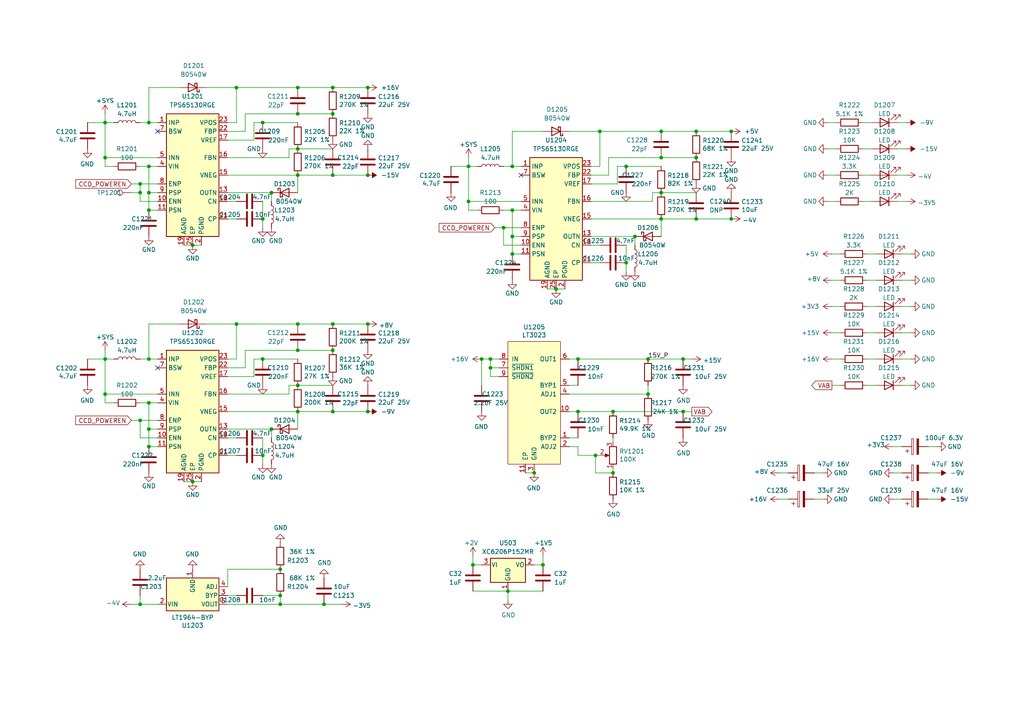
<source format=kicad_sch>
(kicad_sch (version 20230121) (generator eeschema)
  (paper "A4")
  (title_block (title "Sitina 1 Mainboard") (date "2023-03-16") (rev "R0.6") (company "Copyright 2023 Wenting Zhang") (comment 2 "MERCHANTABILITY, SATISFACTORY QUALITY AND FITNESS FOR A PARTICULAR PURPOSE.") (comment 3 "This source is distributed WITHOUT ANY EXPRESS OR IMPLIED WARRANTY, INCLUDING OF") (comment 4 "This source describes Open Hardware and is licensed under the CERN-OHL-P v2."))
  (junction (at 40.64 53.34))
  (junction (at 86.36 101.6))
  (junction (at 148.59 60.96))
  (junction (at 201.93 63.5))
  (junction (at 139.7 104.14) (diameter 0.9144))
  (junction (at 177.8 119.38) (diameter 0.9144))
  (junction (at 148.59 68.58))
  (junction (at 40.64 121.92))
  (junction (at 173.99 38.1))
  (junction (at 135.89 58.42))
  (junction (at 172.72 132.08) (diameter 0.9144))
  (junction (at 81.28 172.72) (diameter 0.9144))
  (junction (at 81.28 165.1) (diameter 0.9144))
  (junction (at 148.59 73.66))
  (junction (at 86.36 119.38))
  (junction (at 86.36 111.76))
  (junction (at 191.77 63.5))
  (junction (at 43.18 55.88))
  (junction (at 78.74 124.46))
  (junction (at 191.77 38.1))
  (junction (at 40.64 55.88))
  (junction (at 68.58 93.98))
  (junction (at 86.36 50.8))
  (junction (at 55.88 139.7))
  (junction (at 30.48 104.14))
  (junction (at 43.18 48.26))
  (junction (at 142.24 106.68) (diameter 0.9144))
  (junction (at 198.12 119.38))
  (junction (at 167.64 104.14) (diameter 0.9144))
  (junction (at 96.52 101.6))
  (junction (at 177.8 137.16) (diameter 0.9144))
  (junction (at 191.77 45.72))
  (junction (at 181.61 76.2))
  (junction (at 43.18 124.46))
  (junction (at 96.52 50.8))
  (junction (at 86.36 25.4))
  (junction (at 43.18 104.14))
  (junction (at 43.18 129.54))
  (junction (at 106.68 119.38))
  (junction (at 30.48 114.3))
  (junction (at 147.32 171.45))
  (junction (at 43.18 116.84))
  (junction (at 198.12 104.14) (diameter 0.9144))
  (junction (at 96.52 33.02))
  (junction (at 137.16 163.83))
  (junction (at 187.96 104.14) (diameter 0.9144))
  (junction (at 184.15 68.58))
  (junction (at 146.05 66.04))
  (junction (at 96.52 119.38))
  (junction (at 191.77 55.88))
  (junction (at 161.29 83.82))
  (junction (at 201.93 45.72))
  (junction (at 30.48 45.72))
  (junction (at 86.36 93.98))
  (junction (at 43.18 35.56))
  (junction (at 78.74 55.88))
  (junction (at 142.24 104.14) (diameter 0.9144))
  (junction (at 96.52 25.4))
  (junction (at 76.2 35.56))
  (junction (at 86.36 33.02))
  (junction (at 76.2 63.5))
  (junction (at 76.2 132.08))
  (junction (at 157.48 163.83))
  (junction (at 148.59 48.26))
  (junction (at 81.28 175.26) (diameter 0.9144))
  (junction (at 68.58 25.4))
  (junction (at 106.68 50.8))
  (junction (at 40.64 175.26))
  (junction (at 86.36 43.18))
  (junction (at 212.09 63.5))
  (junction (at 96.52 93.98))
  (junction (at 135.89 48.26))
  (junction (at 43.18 60.96))
  (junction (at 55.88 71.12))
  (junction (at 187.96 114.3) (diameter 0.9144))
  (junction (at 30.48 35.56))
  (junction (at 106.68 93.98))
  (junction (at 201.93 38.1))
  (junction (at 212.09 38.1))
  (junction (at 106.68 25.4))
  (junction (at 76.2 104.14))
  (junction (at 154.94 137.16) (diameter 0.9144))
  (junction (at 167.64 119.38) (diameter 0.9144))
  (junction (at 181.61 48.26))
  (junction (at 93.98 175.26) (diameter 0.9144))
  (no_connect (at 45.72 38.1))
  (no_connect (at 45.72 106.68))
  (no_connect (at 151.13 50.8))
  (wire (pts (xy 167.64 129.54) (xy 165.1 129.54)))
  (wire (pts (xy 251.46 111.76) (xy 254 111.76)))
  (wire (pts (xy 171.45 71.12) (xy 173.99 71.12)))
  (wire (pts (xy 171.45 76.2) (xy 173.99 76.2)))
  (wire (pts (xy 96.52 25.4) (xy 106.68 25.4)))
  (wire (pts (xy 171.45 48.26) (xy 173.99 48.26)))
  (wire (pts (xy 43.18 48.26) (xy 43.18 55.88)))
  (wire (pts (xy 30.48 116.84) (xy 30.48 114.3)))
  (wire (pts (xy 241.3 111.76) (xy 243.84 111.76)))
  (wire (pts (xy 76.2 58.42) (xy 76.2 63.5)))
  (wire (pts (xy 76.2 172.72) (xy 81.28 172.72)))
  (wire (pts (xy 73.66 40.64) (xy 73.66 35.56)))
  (wire (pts (xy 173.99 38.1) (xy 191.77 38.1)))
  (wire (pts (xy 251.46 73.66) (xy 254 73.66)))
  (wire (pts (xy 167.64 132.08) (xy 172.72 132.08)))
  (wire (pts (xy 261.62 104.14) (xy 264.16 104.14)))
  (wire (pts (xy 43.18 55.88) (xy 45.72 55.88)))
  (wire (pts (xy 71.12 38.1) (xy 71.12 33.02)))
  (wire (pts (xy 66.04 127) (xy 68.58 127)))
  (wire (pts (xy 45.72 58.42) (xy 40.64 58.42)))
  (wire (pts (xy 53.34 139.7) (xy 55.88 139.7)))
  (wire (pts (xy 55.88 71.12) (xy 58.42 71.12)))
  (wire (pts (xy 40.64 172.72) (xy 40.64 175.26)))
  (wire (pts (xy 269.24 129.54) (xy 271.78 129.54)))
  (wire (pts (xy 86.36 33.02) (xy 96.52 33.02)))
  (wire (pts (xy 66.04 114.3) (xy 83.82 114.3)))
  (wire (pts (xy 59.69 25.4) (xy 68.58 25.4)))
  (wire (pts (xy 171.45 68.58) (xy 184.15 68.58)))
  (wire (pts (xy 66.04 50.8) (xy 86.36 50.8)))
  (wire (pts (xy 184.15 68.58) (xy 184.15 71.12)))
  (wire (pts (xy 66.04 106.68) (xy 71.12 106.68)))
  (wire (pts (xy 66.04 58.42) (xy 68.58 58.42)))
  (wire (pts (xy 30.48 45.72) (xy 45.72 45.72)))
  (wire (pts (xy 137.16 163.83) (xy 139.7 163.83)))
  (wire (pts (xy 148.59 60.96) (xy 151.13 60.96)))
  (wire (pts (xy 189.23 58.42) (xy 189.23 55.88)))
  (wire (pts (xy 171.45 53.34) (xy 179.07 53.34)))
  (wire (pts (xy 45.72 129.54) (xy 43.18 129.54)))
  (wire (pts (xy 40.64 127) (xy 40.64 121.92)))
  (wire (pts (xy 260.35 58.42) (xy 262.89 58.42)))
  (wire (pts (xy 83.82 114.3) (xy 83.82 111.76)))
  (wire (pts (xy 66.04 172.72) (xy 68.58 172.72)))
  (wire (pts (xy 30.48 33.02) (xy 30.48 35.56)))
  (wire (pts (xy 259.08 129.54) (xy 261.62 129.54)))
  (wire (pts (xy 66.04 104.14) (xy 68.58 104.14)))
  (wire (pts (xy 241.3 88.9) (xy 243.84 88.9)))
  (wire (pts (xy 38.1 121.92) (xy 40.64 121.92)))
  (wire (pts (xy 40.64 35.56) (xy 43.18 35.56)))
  (wire (pts (xy 146.05 60.96) (xy 148.59 60.96)))
  (wire (pts (xy 43.18 48.26) (xy 45.72 48.26)))
  (wire (pts (xy 40.64 55.88) (xy 40.64 53.34)))
  (wire (pts (xy 86.36 93.98) (xy 96.52 93.98)))
  (wire (pts (xy 43.18 25.4) (xy 43.18 35.56)))
  (wire (pts (xy 142.24 104.14) (xy 144.78 104.14)))
  (wire (pts (xy 40.64 48.26) (xy 43.18 48.26)))
  (wire (pts (xy 33.02 116.84) (xy 30.48 116.84)))
  (wire (pts (xy 66.04 119.38) (xy 86.36 119.38)))
  (wire (pts (xy 144.78 109.22) (xy 142.24 109.22)))
  (wire (pts (xy 86.36 25.4) (xy 96.52 25.4)))
  (wire (pts (xy 181.61 71.12) (xy 181.61 76.2)))
  (wire (pts (xy 40.64 104.14) (xy 43.18 104.14)))
  (wire (pts (xy 55.88 139.7) (xy 58.42 139.7)))
  (wire (pts (xy 99.06 175.26) (xy 93.98 175.26)))
  (wire (pts (xy 201.93 38.1) (xy 212.09 38.1)))
  (wire (pts (xy 76.2 35.56) (xy 86.36 35.56)))
  (wire (pts (xy 30.48 48.26) (xy 30.48 45.72)))
  (wire (pts (xy 165.1 114.3) (xy 187.96 114.3)))
  (wire (pts (xy 146.05 48.26) (xy 148.59 48.26)))
  (wire (pts (xy 171.45 63.5) (xy 191.77 63.5)))
  (wire (pts (xy 43.18 124.46) (xy 45.72 124.46)))
  (wire (pts (xy 83.82 45.72) (xy 83.82 43.18)))
  (wire (pts (xy 187.96 111.76) (xy 187.96 114.3)))
  (wire (pts (xy 66.04 165.1) (xy 66.04 170.18)))
  (wire (pts (xy 172.72 132.08) (xy 173.99 132.08)))
  (wire (pts (xy 96.52 93.98) (xy 106.68 93.98)))
  (wire (pts (xy 43.18 116.84) (xy 43.18 124.46)))
  (wire (pts (xy 135.89 60.96) (xy 135.89 58.42)))
  (wire (pts (xy 179.07 48.26) (xy 181.61 48.26)))
  (wire (pts (xy 81.28 165.1) (xy 66.04 165.1)))
  (wire (pts (xy 251.46 104.14) (xy 254 104.14)))
  (wire (pts (xy 151.13 71.12) (xy 146.05 71.12)))
  (wire (pts (xy 171.45 58.42) (xy 189.23 58.42)))
  (wire (pts (xy 137.16 171.45) (xy 147.32 171.45)))
  (wire (pts (xy 241.3 73.66) (xy 243.84 73.66)))
  (wire (pts (xy 68.58 104.14) (xy 68.58 93.98)))
  (wire (pts (xy 260.35 50.8) (xy 262.89 50.8)))
  (wire (pts (xy 261.62 111.76) (xy 264.16 111.76)))
  (wire (pts (xy 66.04 55.88) (xy 78.74 55.88)))
  (wire (pts (xy 177.8 119.38) (xy 198.12 119.38)))
  (wire (pts (xy 76.2 127) (xy 76.2 132.08)))
  (wire (pts (xy 139.7 111.76) (xy 139.7 104.14)))
  (wire (pts (xy 43.18 124.46) (xy 43.18 129.54)))
  (wire (pts (xy 261.62 88.9) (xy 264.16 88.9)))
  (wire (pts (xy 137.16 161.29) (xy 137.16 163.83)))
  (wire (pts (xy 59.69 93.98) (xy 68.58 93.98)))
  (wire (pts (xy 33.02 48.26) (xy 30.48 48.26)))
  (wire (pts (xy 71.12 33.02) (xy 86.36 33.02)))
  (wire (pts (xy 142.24 109.22) (xy 142.24 106.68)))
  (wire (pts (xy 66.04 35.56) (xy 68.58 35.56)))
  (wire (pts (xy 172.72 137.16) (xy 172.72 132.08)))
  (wire (pts (xy 191.77 45.72) (xy 201.93 45.72)))
  (wire (pts (xy 45.72 60.96) (xy 43.18 60.96)))
  (wire (pts (xy 38.1 53.34) (xy 40.64 53.34)))
  (wire (pts (xy 86.36 50.8) (xy 96.52 50.8)))
  (wire (pts (xy 165.1 104.14) (xy 167.64 104.14)))
  (wire (pts (xy 179.07 53.34) (xy 179.07 48.26)))
  (wire (pts (xy 138.43 60.96) (xy 135.89 60.96)))
  (wire (pts (xy 165.1 111.76) (xy 167.64 111.76)))
  (wire (pts (xy 93.98 175.26) (xy 81.28 175.26)))
  (wire (pts (xy 177.8 127) (xy 177.8 128.27)))
  (wire (pts (xy 240.03 35.56) (xy 242.57 35.56)))
  (wire (pts (xy 157.48 161.29) (xy 157.48 163.83)))
  (wire (pts (xy 86.36 119.38) (xy 96.52 119.38)))
  (wire (pts (xy 43.18 116.84) (xy 45.72 116.84)))
  (wire (pts (xy 96.52 50.8) (xy 106.68 50.8)))
  (wire (pts (xy 66.04 40.64) (xy 73.66 40.64)))
  (wire (pts (xy 40.64 175.26) (xy 45.72 175.26)))
  (wire (pts (xy 226.06 137.16) (xy 228.6 137.16)))
  (wire (pts (xy 135.89 58.42) (xy 151.13 58.42)))
  (wire (pts (xy 68.58 35.56) (xy 68.58 25.4)))
  (wire (pts (xy 191.77 63.5) (xy 191.77 68.58)))
  (wire (pts (xy 177.8 137.16) (xy 177.8 135.89)))
  (wire (pts (xy 236.22 137.16) (xy 238.76 137.16)))
  (wire (pts (xy 86.36 111.76) (xy 96.52 111.76)))
  (wire (pts (xy 269.24 144.78) (xy 271.78 144.78)))
  (wire (pts (xy 135.89 45.72) (xy 135.89 48.26)))
  (wire (pts (xy 241.3 96.52) (xy 243.84 96.52)))
  (wire (pts (xy 86.36 101.6) (xy 96.52 101.6)))
  (wire (pts (xy 30.48 35.56) (xy 33.02 35.56)))
  (wire (pts (xy 171.45 50.8) (xy 176.53 50.8)))
  (wire (pts (xy 177.8 119.38) (xy 167.64 119.38)))
  (wire (pts (xy 142.24 106.68) (xy 142.24 104.14)))
  (wire (pts (xy 135.89 48.26) (xy 138.43 48.26)))
  (wire (pts (xy 147.32 171.45) (xy 157.48 171.45)))
  (wire (pts (xy 30.48 114.3) (xy 45.72 114.3)))
  (wire (pts (xy 260.35 35.56) (xy 262.89 35.56)))
  (wire (pts (xy 76.2 63.5) (xy 76.2 66.04)))
  (wire (pts (xy 240.03 43.18) (xy 242.57 43.18)))
  (wire (pts (xy 66.04 45.72) (xy 83.82 45.72)))
  (wire (pts (xy 40.64 121.92) (xy 45.72 121.92)))
  (wire (pts (xy 66.04 124.46) (xy 78.74 124.46)))
  (wire (pts (xy 73.66 104.14) (xy 76.2 104.14)))
  (wire (pts (xy 66.04 109.22) (xy 73.66 109.22)))
  (wire (pts (xy 240.03 58.42) (xy 242.57 58.42)))
  (wire (pts (xy 86.36 50.8) (xy 86.36 55.88)))
  (wire (pts (xy 165.1 127) (xy 167.64 127)))
  (wire (pts (xy 73.66 35.56) (xy 76.2 35.56)))
  (wire (pts (xy 86.36 43.18) (xy 96.52 43.18)))
  (wire (pts (xy 86.36 119.38) (xy 86.36 124.46)))
  (wire (pts (xy 200.66 104.14) (xy 198.12 104.14)))
  (wire (pts (xy 148.59 68.58) (xy 148.59 73.66)))
  (wire (pts (xy 68.58 25.4) (xy 86.36 25.4)))
  (wire (pts (xy 43.18 55.88) (xy 43.18 60.96)))
  (wire (pts (xy 38.1 175.26) (xy 40.64 175.26)))
  (wire (pts (xy 40.64 53.34) (xy 45.72 53.34)))
  (wire (pts (xy 76.2 132.08) (xy 76.2 134.62)))
  (wire (pts (xy 66.04 132.08) (xy 68.58 132.08)))
  (wire (pts (xy 148.59 60.96) (xy 148.59 68.58)))
  (wire (pts (xy 81.28 175.26) (xy 81.28 172.72)))
  (wire (pts (xy 71.12 101.6) (xy 86.36 101.6)))
  (wire (pts (xy 191.77 63.5) (xy 201.93 63.5)))
  (wire (pts (xy 261.62 73.66) (xy 264.16 73.66)))
  (wire (pts (xy 68.58 93.98) (xy 86.36 93.98)))
  (wire (pts (xy 76.2 104.14) (xy 86.36 104.14)))
  (wire (pts (xy 146.05 66.04) (xy 151.13 66.04)))
  (wire (pts (xy 261.62 81.28) (xy 264.16 81.28)))
  (wire (pts (xy 201.93 63.5) (xy 212.09 63.5)))
  (wire (pts (xy 236.22 144.78) (xy 238.76 144.78)))
  (wire (pts (xy 261.62 96.52) (xy 264.16 96.52)))
  (wire (pts (xy 167.64 132.08) (xy 167.64 129.54)))
  (wire (pts (xy 167.64 104.14) (xy 187.96 104.14)))
  (wire (pts (xy 176.53 50.8) (xy 176.53 45.72)))
  (wire (pts (xy 52.07 93.98) (xy 43.18 93.98)))
  (wire (pts (xy 144.78 106.68) (xy 142.24 106.68)))
  (wire (pts (xy 157.48 38.1) (xy 148.59 38.1)))
  (wire (pts (xy 30.48 104.14) (xy 33.02 104.14)))
  (wire (pts (xy 73.66 109.22) (xy 73.66 104.14)))
  (wire (pts (xy 66.04 63.5) (xy 68.58 63.5)))
  (wire (pts (xy 96.52 119.38) (xy 106.68 119.38)))
  (wire (pts (xy 66.04 175.26) (xy 81.28 175.26)))
  (wire (pts (xy 191.77 38.1) (xy 201.93 38.1)))
  (wire (pts (xy 165.1 38.1) (xy 173.99 38.1)))
  (wire (pts (xy 143.51 66.04) (xy 146.05 66.04)))
  (wire (pts (xy 66.04 38.1) (xy 71.12 38.1)))
  (wire (pts (xy 173.99 48.26) (xy 173.99 38.1)))
  (wire (pts (xy 198.12 119.38) (xy 200.66 119.38)))
  (wire (pts (xy 165.1 119.38) (xy 167.64 119.38)))
  (wire (pts (xy 240.03 50.8) (xy 242.57 50.8)))
  (wire (pts (xy 43.18 104.14) (xy 45.72 104.14)))
  (wire (pts (xy 250.19 43.18) (xy 252.73 43.18)))
  (wire (pts (xy 187.96 104.14) (xy 198.12 104.14)))
  (wire (pts (xy 43.18 35.56) (xy 45.72 35.56)))
  (wire (pts (xy 38.1 55.88) (xy 40.64 55.88)))
  (wire (pts (xy 261.62 137.16) (xy 259.08 137.16)))
  (wire (pts (xy 30.48 101.6) (xy 30.48 104.14)))
  (wire (pts (xy 146.05 71.12) (xy 146.05 66.04)))
  (wire (pts (xy 191.77 55.88) (xy 201.93 55.88)))
  (wire (pts (xy 40.64 58.42) (xy 40.64 55.88)))
  (wire (pts (xy 251.46 81.28) (xy 254 81.28)))
  (wire (pts (xy 261.62 144.78) (xy 259.08 144.78)))
  (wire (pts (xy 52.07 25.4) (xy 43.18 25.4)))
  (wire (pts (xy 130.81 48.26) (xy 135.89 48.26)))
  (wire (pts (xy 148.59 38.1) (xy 148.59 48.26)))
  (wire (pts (xy 161.29 83.82) (xy 163.83 83.82)))
  (wire (pts (xy 158.75 83.82) (xy 161.29 83.82)))
  (wire (pts (xy 241.3 104.14) (xy 243.84 104.14)))
  (wire (pts (xy 157.48 163.83) (xy 154.94 163.83)))
  (wire (pts (xy 260.35 43.18) (xy 262.89 43.18)))
  (wire (pts (xy 250.19 35.56) (xy 252.73 35.56)))
  (wire (pts (xy 135.89 48.26) (xy 135.89 58.42)))
  (wire (pts (xy 189.23 55.88) (xy 191.77 55.88)))
  (wire (pts (xy 250.19 50.8) (xy 252.73 50.8)))
  (wire (pts (xy 151.13 73.66) (xy 148.59 73.66)))
  (wire (pts (xy 241.3 81.28) (xy 243.84 81.28)))
  (wire (pts (xy 176.53 45.72) (xy 191.77 45.72)))
  (wire (pts (xy 148.59 68.58) (xy 151.13 68.58)))
  (wire (pts (xy 251.46 88.9) (xy 254 88.9)))
  (wire (pts (xy 181.61 76.2) (xy 181.61 78.74)))
  (wire (pts (xy 181.61 48.26) (xy 191.77 48.26)))
  (wire (pts (xy 25.4 104.14) (xy 30.48 104.14)))
  (wire (pts (xy 269.24 137.16) (xy 271.78 137.16)))
  (wire (pts (xy 40.64 116.84) (xy 43.18 116.84)))
  (wire (pts (xy 43.18 93.98) (xy 43.18 104.14)))
  (wire (pts (xy 78.74 124.46) (xy 78.74 127)))
  (wire (pts (xy 152.4 137.16) (xy 154.94 137.16)))
  (wire (pts (xy 147.32 171.45) (xy 147.32 173.99)))
  (wire (pts (xy 78.74 55.88) (xy 78.74 58.42)))
  (wire (pts (xy 139.7 104.14) (xy 142.24 104.14)))
  (wire (pts (xy 226.06 144.78) (xy 228.6 144.78)))
  (wire (pts (xy 30.48 104.14) (xy 30.48 114.3)))
  (wire (pts (xy 45.72 127) (xy 40.64 127)))
  (wire (pts (xy 83.82 111.76) (xy 86.36 111.76)))
  (wire (pts (xy 71.12 106.68) (xy 71.12 101.6)))
  (wire (pts (xy 251.46 96.52) (xy 254 96.52)))
  (wire (pts (xy 53.34 71.12) (xy 55.88 71.12)))
  (wire (pts (xy 172.72 137.16) (xy 177.8 137.16)))
  (wire (pts (xy 83.82 43.18) (xy 86.36 43.18)))
  (wire (pts (xy 25.4 35.56) (xy 30.48 35.56)))
  (wire (pts (xy 250.19 58.42) (xy 252.73 58.42)))
  (wire (pts (xy 148.59 48.26) (xy 151.13 48.26)))
  (wire (pts (xy 30.48 35.56) (xy 30.48 45.72)))
  (label "15V_P" (at 187.96 104.14 0))
  (global_label "CCD_POWEREN" (shape input) (at 38.1 121.92 180) (property "Intersheetrefs" "${INTERSHEET_REFS}" (effects hide)))
  (global_label "CCD_POWEREN" (shape input) (at 38.1 53.34 180) (property "Intersheetrefs" "${INTERSHEET_REFS}" (effects hide)))
  (global_label "CCD_POWEREN" (shape input) (at 143.51 66.04 180) (property "Intersheetrefs" "${INTERSHEET_REFS}" (effects hide)))
  (global_label "VAB" (shape output) (at 241.3 111.76 180) (property "Intersheetrefs" "${INTERSHEET_REFS}" (effects hide)))
  (global_label "VAB" (shape output) (at 200.66 119.38 0) (property "Intersheetrefs" "${INTERSHEET_REFS}" (effects hide)))
  (symbol (lib_id "Device:LED") (at 257.81 104.14 180) (unit 1)
    (property "Reference" "D1216" (at 257.81 99.06 0))
    (property "Value" "LED" (at 257.81 101.6 0))
    (property "Footprint" "Diode_SMD:D_0603_1608Metric" (effects hide))
  )
  (symbol (lib_id "power:GND") (at 55.88 139.7 0) (mirror y) (unit 1)
    (property "Reference" "#PWR01208" (effects hide))
    (property "Value" "GND" (at 55.88 143.51 0))
  )
  (symbol (lib_id "Device:C") (at 157.48 167.64 0) (unit 1)
    (property "Reference" "C32" (at 162.56 166.37 0))
    (property "Value" "1uF" (at 162.56 168.91 0))
    (property "Footprint" "Capacitor_SMD:C_0402_1005Metric" (effects hide))
    (instances (project "pcb" (path "" (reference "C32") (unit 1)) (path "" (reference "C512") (unit 1))))
  )
  (symbol (lib_id "power:GND") (at 238.76 144.78 90) (unit 1)
    (property "Reference" "#PWR01256" (effects hide))
    (property "Value" "GND" (at 243.84 144.78 90))
  )
  (symbol (lib_id "power:GND") (at 96.52 40.64 0) (mirror y) (unit 1)
    (property "Reference" "#PWR01218" (effects hide))
    (property "Value" "GND" (at 100.33 41.91 0))
  )
  (symbol (lib_id "Device:C") (at 93.98 171.45 180) (unit 1)
    (property "Reference" "C1213" (at 102.87 172.72 0) (effects (justify left)))
    (property "Value" "10uF" (at 101.6 170.18 0) (effects (justify left)))
    (property "Footprint" "Capacitor_SMD:C_0603_1608Metric" (effects hide))
  )
  (symbol (lib_id "Device:R") (at 201.93 49.53 0) (unit 1)
    (property "Reference" "R1221" (at 203.708 48.3616 0) (effects (justify left)))
    (property "Value" "22K 1%" (at 203.708 50.673 0) (effects (justify left)))
    (property "Footprint" "Resistor_SMD:R_0402_1005Metric" (effects hide))
  )
  (symbol (lib_id "power:-9V") (at 106.68 119.38 270) (unit 1)
    (property "Reference" "#PWR01228" (effects hide))
    (property "Value" "-9V" (at 110.49 119.3799 90) (effects (justify left)))
  )
  (symbol (lib_id "Device:R") (at 86.36 115.57 0) (unit 1)
    (property "Reference" "R1208" (at 88.138 114.4016 0) (effects (justify left)))
    (property "Value" "200K 1%" (at 88.138 116.713 0) (effects (justify left)))
    (property "Footprint" "Resistor_SMD:R_0402_1005Metric" (effects hide))
  )
  (symbol (lib_id "Device:R") (at 96.52 36.83 0) (unit 1)
    (property "Reference" "R1210" (at 98.298 35.6616 0) (effects (justify left)))
    (property "Value" "22K 1%" (at 98.298 37.973 0) (effects (justify left)))
    (property "Footprint" "Resistor_SMD:R_0402_1005Metric" (effects hide))
  )
  (symbol (lib_id "Sitina-rescue:CP-Device") (at 265.43 129.54 90) (unit 1)
    (property "Reference" "C1237" (at 261.62 127 90) (effects (justify left)))
    (property "Value" "100uF 6.3V" (at 279.4 127 90) (effects (justify left)))
    (property "Footprint" "Capacitor_SMD:CP_Elec_5x4.5" (effects hide))
  )
  (symbol (lib_id "power:GND") (at 40.64 165.1 180) (unit 1)
    (property "Reference" "#PWR01206" (effects hide))
    (property "Value" "GND" (at 40.513 160.7058 0))
  )
  (symbol (lib_id "Device:R") (at 247.65 88.9 270) (unit 1)
    (property "Reference" "R1228" (at 247.65 83.82 90))
    (property "Value" "2K" (at 247.65 86.36 90))
    (property "Footprint" "Resistor_SMD:R_0402_1005Metric" (effects hide))
  )
  (symbol (lib_id "power:-15V") (at 271.78 144.78 270) (unit 1)
    (property "Reference" "#PWR01279" (effects hide))
    (property "Value" "-15V" (at 275.59 144.7799 90) (effects (justify left)))
  )
  (symbol (lib_id "Device:C") (at 72.39 132.08 90) (mirror x) (unit 1)
    (property "Reference" "C1207" (at 69.85 130.81 90) (effects (justify left)))
    (property "Value" "10nF" (at 78.74 130.81 90) (effects (justify left)))
    (property "Footprint" "Capacitor_SMD:C_0402_1005Metric" (effects hide))
  )
  (symbol (lib_id "Device:LED") (at 257.81 81.28 180) (unit 1)
    (property "Reference" "D1212" (at 257.81 76.2 0))
    (property "Value" "LED" (at 257.81 78.74 0))
    (property "Footprint" "Diode_SMD:D_0603_1608Metric" (effects hide))
  )
  (symbol (lib_id "power:GND") (at 106.68 111.76 0) (mirror x) (unit 1)
    (property "Reference" "#PWR01227" (effects hide))
    (property "Value" "GND" (at 106.68 107.95 0))
  )
  (symbol (lib_id "Device:R") (at 201.93 41.91 0) (unit 1)
    (property "Reference" "R1220" (at 203.708 40.7416 0) (effects (justify left)))
    (property "Value" "68K 1%" (at 203.708 43.053 0) (effects (justify left)))
    (property "Footprint" "Resistor_SMD:R_0402_1005Metric" (effects hide))
  )
  (symbol (lib_id "power:GND") (at 240.03 43.18 270) (unit 1)
    (property "Reference" "#PWR01258" (effects hide))
    (property "Value" "GND" (at 234.95 43.18 90))
  )
  (symbol (lib_id "Sitina:+2V") (at 137.16 161.29 0) (unit 1)
    (property "Reference" "#PWR0205" (effects hide))
    (property "Value" "+2V" (at 134.62 157.48 0) (effects (justify left)))
    (instances (project "pcb" (path "" (reference "#PWR0205") (unit 1)) (path "" (reference "#PWR0523") (unit 1))))
  )
  (symbol (lib_id "Sitina:-4V") (at 212.09 63.5 270) (unit 1)
    (property "Reference" "#PWR01250" (effects hide))
    (property "Value" "-4V" (at 215.3412 63.881 90) (effects (justify left)))
  )
  (symbol (lib_id "symbols:+16V") (at 241.3 104.14 90) (unit 1)
    (property "Reference" "#PWR01280" (effects hide))
    (property "Value" "+16V" (at 232.41 104.14 90) (effects (justify right)))
  )
  (symbol (lib_id "Device:C") (at 40.64 168.91 180) (unit 1)
    (property "Reference" "C1203" (at 46.99 170.18 0) (effects (justify left)))
    (property "Value" "2.2uF" (at 48.26 167.64 0) (effects (justify left)))
    (property "Footprint" "Capacitor_SMD:C_0402_1005Metric" (effects hide))
  )
  (symbol (lib_id "power:-15V") (at 262.89 43.18 270) (unit 1)
    (property "Reference" "#PWR01269" (effects hide))
    (property "Value" "-15V" (at 266.7 43.1799 90) (effects (justify left)))
  )
  (symbol (lib_id "power:GND") (at 187.96 121.92 0) (unit 1)
    (property "Reference" "#PWR01242" (effects hide))
    (property "Value" "GND" (at 188.087 126.3142 0))
  )
  (symbol (lib_id "Device:R") (at 247.65 96.52 270) (unit 1)
    (property "Reference" "R1229" (at 247.65 91.44 90))
    (property "Value" "10K" (at 247.65 93.98 90))
    (property "Footprint" "Resistor_SMD:R_0402_1005Metric" (effects hide))
  )
  (symbol (lib_id "Regulator_Switching:TPS65130RGE") (at 55.88 119.38 0) (unit 1)
    (property "Reference" "U1202" (at 55.88 96.52 0))
    (property "Value" "TPS65130RGE" (at 55.88 99.06 0))
    (property "Footprint" "Package_DFN_QFN:VQFN-24-1EP_4x4mm_P0.5mm_EP2.45x2.45mm_ThermalVias" (effects hide))
    (property "Datasheet" "http://www.ti.com/lit/ds/symlink/tps65130.pdf" (effects hide))
  )
  (symbol (lib_id "power:GND") (at 147.32 173.99 0) (unit 1)
    (property "Reference" "#PWR0524" (effects hide))
    (property "Value" "GND" (at 147.447 178.3842 0))
  )
  (symbol (lib_id "Device:LED") (at 256.54 43.18 180) (unit 1)
    (property "Reference" "D1208" (at 256.54 38.1 0))
    (property "Value" "LED" (at 256.54 40.64 0))
    (property "Footprint" "Diode_SMD:D_0603_1608Metric" (effects hide))
  )
  (symbol (lib_id "Device:R") (at 96.52 97.79 0) (unit 1)
    (property "Reference" "R1211" (at 98.298 96.6216 0) (effects (justify left)))
    (property "Value" "200K 1%" (at 98.298 98.933 0) (effects (justify left)))
    (property "Footprint" "Resistor_SMD:R_0402_1005Metric" (effects hide))
  )
  (symbol (lib_id "Device:LED") (at 256.54 35.56 180) (unit 1)
    (property "Reference" "D1207" (at 256.54 30.48 0))
    (property "Value" "LED" (at 256.54 33.02 0))
    (property "Footprint" "Diode_SMD:D_0603_1608Metric" (effects hide))
  )
  (symbol (lib_id "Regulator_Linear:XC6206PxxxMR") (at 147.32 163.83 0) (unit 1)
    (property "Reference" "U503" (at 147.32 157.48 0))
    (property "Value" "XC6206P152MR" (at 147.32 160.02 0))
    (property "Footprint" "Package_TO_SOT_SMD:SOT-23-3" (effects hide))
    (property "Datasheet" "https://www.torexsemi.com/file/xc6206/XC6206.pdf" (effects hide))
  )
  (symbol (lib_id "Regulator_Linear:LT1964-BYP") (at 55.88 172.72 0) (unit 1)
    (property "Reference" "U1203" (at 55.88 181.4068 0))
    (property "Value" "LT1964-BYP" (at 55.88 179.0954 0))
    (property "Footprint" "Package_TO_SOT_SMD:TSOT-23-5" (effects hide))
    (property "Datasheet" "https://www.analog.com/media/en/technical-documentation/data-sheets/1964fb.pdf" (effects hide))
  )
  (symbol (lib_id "power:GND") (at 238.76 137.16 90) (unit 1)
    (property "Reference" "#PWR01255" (effects hide))
    (property "Value" "GND" (at 243.84 137.16 90))
  )
  (symbol (lib_id "power:+8V") (at 241.3 81.28 90) (unit 1)
    (property "Reference" "#PWR01262" (effects hide))
    (property "Value" "+8V" (at 238.0488 80.899 90) (effects (justify left)))
  )
  (symbol (lib_id "power:GND") (at 130.81 55.88 0) (mirror y) (unit 1)
    (property "Reference" "#PWR01229" (effects hide))
    (property "Value" "GND" (at 130.683 60.2742 0))
  )
  (symbol (lib_id "power:GND") (at 264.16 81.28 90) (unit 1)
    (property "Reference" "#PWR01273" (effects hide))
    (property "Value" "GND" (at 269.24 81.28 90))
  )
  (symbol (lib_id "Device:C") (at 76.2 107.95 0) (mirror y) (unit 1)
    (property "Reference" "C1210" (at 83.82 106.68 0) (effects (justify left)))
    (property "Value" "220nF" (at 83.82 109.22 0) (effects (justify left)))
    (property "Footprint" "Capacitor_SMD:C_0402_1005Metric" (effects hide))
  )
  (symbol (lib_id "Device:LED") (at 257.81 88.9 180) (unit 1)
    (property "Reference" "D1213" (at 257.81 83.82 0))
    (property "Value" "LED" (at 257.81 86.36 0))
    (property "Footprint" "Diode_SMD:D_0603_1608Metric" (effects hide))
  )
  (symbol (lib_id "symbols:+16V") (at 226.06 144.78 90) (unit 1)
    (property "Reference" "#PWR01253" (effects hide))
    (property "Value" "+16V" (at 217.17 144.78 90) (effects (justify right)))
  )
  (symbol (lib_id "power:+15V") (at 200.66 104.14 270) (unit 1)
    (property "Reference" "#PWR01245" (effects hide))
    (property "Value" "+15V" (at 203.9112 104.521 90) (effects (justify left)))
  )
  (symbol (lib_id "Device:R") (at 247.65 111.76 270) (unit 1)
    (property "Reference" "R1230" (at 247.65 106.68 90))
    (property "Value" "10K" (at 247.65 109.22 90))
    (property "Footprint" "Resistor_SMD:R_0402_1005Metric" (effects hide))
  )
  (symbol (lib_id "symbols:+16V") (at 106.68 25.4 270) (unit 1)
    (property "Reference" "#PWR01232" (effects hide))
    (property "Value" "+16V" (at 110.49 25.3999 90) (effects (justify left)))
  )
  (symbol (lib_id "power:GND") (at 139.7 119.38 0) (mirror y) (unit 1)
    (property "Reference" "#PWR01234" (effects hide))
    (property "Value" "GND" (at 139.573 123.7742 0))
  )
  (symbol (lib_id "power:GND") (at 264.16 88.9 90) (unit 1)
    (property "Reference" "#PWR01274" (effects hide))
    (property "Value" "GND" (at 269.24 88.9 90))
  )
  (symbol (lib_id "power:+5V") (at 212.09 38.1 270) (unit 1)
    (property "Reference" "#PWR01247" (effects hide))
    (property "Value" "+5V" (at 215.9 38.1 90) (effects (justify left)))
  )
  (symbol (lib_id "Device:C") (at 76.2 39.37 0) (mirror y) (unit 1)
    (property "Reference" "C1209" (at 81.28 38.1 0) (effects (justify left)))
    (property "Value" "220nF" (at 83.82 40.64 0) (effects (justify left)))
    (property "Footprint" "Capacitor_SMD:C_0402_1005Metric" (effects hide))
  )
  (symbol (lib_id "Device:C") (at 212.09 41.91 0) (unit 1)
    (property "Reference" "C1241" (at 215.011 40.7416 0) (effects (justify left)))
    (property "Value" "22uF 25V" (at 215.011 43.053 0) (effects (justify left)))
    (property "Footprint" "Capacitor_SMD:C_0805_2012Metric" (effects hide))
  )
  (symbol (lib_id "Device:C") (at 191.77 41.91 0) (mirror y) (unit 1)
    (property "Reference" "C1228" (at 187.96 40.64 0) (effects (justify left)))
    (property "Value" "22pF" (at 187.96 43.18 0) (effects (justify left)))
    (property "Footprint" "Capacitor_SMD:C_0402_1005Metric" (effects hide))
  )
  (symbol (lib_id "power:GND") (at 177.8 144.78 0) (unit 1)
    (property "Reference" "#PWR01241" (effects hide))
    (property "Value" "GND" (at 177.927 149.1742 0))
  )
  (symbol (lib_id "Device:C") (at 181.61 52.07 0) (mirror y) (unit 1)
    (property "Reference" "C1227" (at 186.69 50.8 0) (effects (justify left)))
    (property "Value" "220nF" (at 189.23 53.34 0) (effects (justify left)))
    (property "Footprint" "Capacitor_SMD:C_0402_1005Metric" (effects hide))
  )
  (symbol (lib_id "Device:D_Schottky") (at 82.55 124.46 0) (unit 1)
    (property "Reference" "D1204" (at 82.55 121.92 0))
    (property "Value" "B0540W" (at 83.82 127 0))
    (property "Footprint" "Diode_SMD:D_SOD-323" (effects hide))
  )
  (symbol (lib_id "power:+15V") (at 241.3 96.52 90) (unit 1)
    (property "Reference" "#PWR01264" (effects hide))
    (property "Value" "+15V" (at 232.41 96.52 90) (effects (justify right)))
  )
  (symbol (lib_id "Device:R") (at 177.8 140.97 0) (unit 1)
    (property "Reference" "R1215" (at 179.578 139.8016 0) (effects (justify left)))
    (property "Value" "10K 1%" (at 179.578 142.113 0) (effects (justify left)))
    (property "Footprint" "Resistor_SMD:R_0402_1005Metric" (effects hide))
  )
  (symbol (lib_id "Device:C") (at 139.7 115.57 0) (mirror y) (unit 1)
    (property "Reference" "C1223" (at 146.05 114.3 0) (effects (justify left)))
    (property "Value" "2.2uF 25V" (at 147.32 116.84 0) (effects (justify left)))
    (property "Footprint" "Capacitor_SMD:C_0603_1608Metric" (effects hide))
  )
  (symbol (lib_id "Device:C") (at 130.81 52.07 0) (mirror y) (unit 1)
    (property "Reference" "C1220" (at 127.889 50.9016 0) (effects (justify left)))
    (property "Value" "4.7uF" (at 127.889 53.213 0) (effects (justify left)))
    (property "Footprint" "Capacitor_SMD:C_0402_1005Metric" (effects hide))
  )
  (symbol (lib_id "power:GND") (at 106.68 101.6 0) (mirror y) (unit 1)
    (property "Reference" "#PWR01226" (effects hide))
    (property "Value" "GND" (at 106.68 105.41 0))
  )
  (symbol (lib_id "Device:C") (at 137.16 167.64 0) (mirror y) (unit 1)
    (property "Reference" "C32" (at 132.08 166.37 0))
    (property "Value" "1uF" (at 132.08 168.91 0))
    (property "Footprint" "Capacitor_SMD:C_0402_1005Metric" (effects hide))
    (instances (project "pcb" (path "" (reference "C32") (unit 1)) (path "" (reference "C513") (unit 1))))
  )
  (symbol (lib_id "power:GND") (at 212.09 55.88 0) (mirror x) (unit 1)
    (property "Reference" "#PWR01249" (effects hide))
    (property "Value" "GND" (at 212.09 52.07 0))
  )
  (symbol (lib_id "Device:R") (at 187.96 107.95 180) (unit 1)
    (property "Reference" "R1216" (at 191.77 106.68 0))
    (property "Value" "270K 1%" (at 193.04 109.22 0))
    (property "Footprint" "Resistor_SMD:R_0402_1005Metric" (effects hide))
  )
  (symbol (lib_id "power:GND") (at 96.52 109.22 0) (mirror y) (unit 1)
    (property "Reference" "#PWR01219" (effects hide))
    (property "Value" "GND" (at 100.33 110.49 0))
  )
  (symbol (lib_id "Device:R") (at 96.52 105.41 0) (unit 1)
    (property "Reference" "R1212" (at 98.298 104.2416 0) (effects (justify left)))
    (property "Value" "36K 1%" (at 98.298 106.553 0) (effects (justify left)))
    (property "Footprint" "Resistor_SMD:R_0402_1005Metric" (effects hide))
  )
  (symbol (lib_id "Device:L") (at 36.83 35.56 270) (mirror x) (unit 1)
    (property "Reference" "L1201" (at 36.83 30.48 90))
    (property "Value" "4.7uH" (at 36.83 33.02 90))
    (property "Footprint" "footprints:L_1212" (effects hide))
  )
  (symbol (lib_id "power:GND") (at 259.08 137.16 270) (unit 1)
    (property "Reference" "#PWR01266" (effects hide))
    (property "Value" "GND" (at 254 137.16 90))
  )
  (symbol (lib_id "Device:R") (at 247.65 81.28 270) (unit 1)
    (property "Reference" "R1227" (at 247.65 76.2 90))
    (property "Value" "5.1K 1%" (at 247.65 78.74 90))
    (property "Footprint" "Resistor_SMD:R_0402_1005Metric" (effects hide))
  )
  (symbol (lib_id "Device:R") (at 86.36 107.95 0) (unit 1)
    (property "Reference" "R1207" (at 88.138 106.7816 0) (effects (justify left)))
    (property "Value" "27K 1%" (at 88.138 109.093 0) (effects (justify left)))
    (property "Footprint" "Resistor_SMD:R_0402_1005Metric" (effects hide))
  )
  (symbol (lib_id "Sitina:-4V") (at 262.89 50.8 270) (unit 1)
    (property "Reference" "#PWR01270" (effects hide))
    (property "Value" "-4V" (at 266.1412 51.181 90) (effects (justify left)))
  )
  (symbol (lib_id "power:GND") (at 259.08 144.78 270) (unit 1)
    (property "Reference" "#PWR01267" (effects hide))
    (property "Value" "GND" (at 254 144.78 90))
  )
  (symbol (lib_id "power:GND") (at 184.15 78.74 0) (mirror y) (unit 1)
    (property "Reference" "#PWR01240" (effects hide))
    (property "Value" "GND" (at 185.42 82.55 0))
  )
  (symbol (lib_id "Device:L") (at 184.15 74.93 0) (mirror x) (unit 1)
    (property "Reference" "L1206" (at 187.96 73.66 0))
    (property "Value" "4.7uH" (at 187.96 76.2 0))
    (property "Footprint" "footprints:L_1212" (effects hide))
  )
  (symbol (lib_id "Device:C") (at 177.8 71.12 90) (mirror x) (unit 1)
    (property "Reference" "C1225" (at 175.26 69.85 90) (effects (justify left)))
    (property "Value" "4.7nF" (at 184.15 69.85 90) (effects (justify left)))
    (property "Footprint" "Capacitor_SMD:C_0402_1005Metric" (effects hide))
  )
  (symbol (lib_id "Sitina:-3V5") (at 262.89 58.42 270) (unit 1)
    (property "Reference" "#PWR01271" (effects hide))
    (property "Value" "-3V5" (at 266.1412 58.801 90) (effects (justify left)))
  )
  (symbol (lib_id "Device:LED") (at 257.81 73.66 180) (unit 1)
    (property "Reference" "D1211" (at 257.81 68.58 0))
    (property "Value" "LED" (at 257.81 71.12 0))
    (property "Footprint" "Diode_SMD:D_0603_1608Metric" (effects hide))
  )
  (symbol (lib_id "power:GND") (at 106.68 43.18 0) (mirror x) (unit 1)
    (property "Reference" "#PWR01223" (effects hide))
    (property "Value" "GND" (at 106.68 39.37 0))
  )
  (symbol (lib_id "power:GND") (at 212.09 45.72 0) (mirror y) (unit 1)
    (property "Reference" "#PWR01248" (effects hide))
    (property "Value" "GND" (at 212.09 49.53 0))
  )
  (symbol (lib_id "symbols:+SYS") (at 30.48 101.6 0) (unit 1)
    (property "Reference" "#PWR0508" (effects hide))
    (property "Value" "+SYS" (at 30.48 97.79 0))
    (instances (project "pcb" (path "" (reference "#PWR0508") (unit 1)) (path "" (reference "#PWR0512") (unit 1))))
  )
  (symbol (lib_id "Device:R") (at 247.65 104.14 270) (unit 1)
    (property "Reference" "R1231" (at 247.65 99.06 90))
    (property "Value" "10K" (at 247.65 101.6 90))
    (property "Footprint" "Resistor_SMD:R_0402_1005Metric" (effects hide))
  )
  (symbol (lib_id "Sitina:-3V5") (at 99.06 175.26 270) (unit 1)
    (property "Reference" "#PWR01220" (effects hide))
    (property "Value" "-3V5" (at 102.3112 175.641 90) (effects (justify left)))
  )
  (symbol (lib_id "Device:R") (at 246.38 50.8 270) (unit 1)
    (property "Reference" "R1224" (at 246.38 45.72 90))
    (property "Value" "3.3K" (at 246.38 48.26 90))
    (property "Footprint" "Resistor_SMD:R_0402_1005Metric" (effects hide))
  )
  (symbol (lib_id "power:+1V5") (at 157.48 161.29 0) (unit 1)
    (property "Reference" "#PWR0207" (effects hide))
    (property "Value" "+1V5" (at 154.94 157.48 0) (effects (justify left)))
    (instances (project "pcb" (path "" (reference "#PWR0207") (unit 1)) (path "" (reference "#PWR0522") (unit 1))))
  )
  (symbol (lib_id "Device:C") (at 96.52 115.57 0) (mirror y) (unit 1)
    (property "Reference" "C1215" (at 104.14 114.3 0) (effects (justify left)))
    (property "Value" "22pF" (at 104.14 116.84 0) (effects (justify left)))
    (property "Footprint" "Capacitor_SMD:C_0402_1005Metric" (effects hide))
  )
  (symbol (lib_id "power:GND") (at 76.2 134.62 0) (mirror y) (unit 1)
    (property "Reference" "#PWR01213" (effects hide))
    (property "Value" "GND" (at 74.93 138.43 0))
  )
  (symbol (lib_id "Device:R") (at 36.83 116.84 270) (unit 1)
    (property "Reference" "R1202" (at 36.83 111.76 90))
    (property "Value" "100" (at 36.83 114.3 90))
    (property "Footprint" "Resistor_SMD:R_0402_1005Metric" (effects hide))
  )
  (symbol (lib_id "power:GND") (at 264.16 96.52 90) (unit 1)
    (property "Reference" "#PWR01275" (effects hide))
    (property "Value" "GND" (at 269.24 96.52 90))
  )
  (symbol (lib_id "Device:C") (at 43.18 133.35 0) (unit 1)
    (property "Reference" "C1222" (at 38.1 132.08 0) (effects (justify left)))
    (property "Value" "220nF" (at 35.56 134.62 0) (effects (justify left)))
    (property "Footprint" "Capacitor_SMD:C_0402_1005Metric" (effects hide))
  )
  (symbol (lib_id "Sitina-rescue:R_POT-Device") (at 177.8 132.08 180) (unit 1)
    (property "Reference" "RV1201" (at 179.578 130.9116 0) (effects (justify right)))
    (property "Value" "100K" (at 179.578 133.223 0) (effects (justify right)))
    (property "Footprint" "Potentiometer_SMD:Potentiometer_Vishay_TS53YL_Vertical" (effects hide))
  )
  (symbol (lib_id "symbols:+SYS") (at 135.89 45.72 0) (unit 1)
    (property "Reference" "#PWR0508" (effects hide))
    (property "Value" "+SYS" (at 135.89 41.91 0))
    (instances (project "pcb" (path "" (reference "#PWR0508") (unit 1)) (path "" (reference "#PWR0513") (unit 1))))
  )
  (symbol (lib_id "power:GND") (at 25.4 43.18 0) (mirror y) (unit 1)
    (property "Reference" "#PWR01201" (effects hide))
    (property "Value" "GND" (at 25.273 47.5742 0))
  )
  (symbol (lib_id "power:GND") (at 264.16 73.66 90) (unit 1)
    (property "Reference" "#PWR01272" (effects hide))
    (property "Value" "GND" (at 269.24 73.66 90))
  )
  (symbol (lib_id "power:GND") (at 55.88 165.1 180) (unit 1)
    (property "Reference" "#PWR01209" (effects hide))
    (property "Value" "GND" (at 55.753 160.7058 0))
  )
  (symbol (lib_id "power:GND") (at 198.12 111.76 0) (unit 1)
    (property "Reference" "#PWR01243" (effects hide))
    (property "Value" "GND" (at 198.247 116.1542 0))
  )
  (symbol (lib_id "Device:R") (at 246.38 43.18 270) (unit 1)
    (property "Reference" "R1223" (at 246.38 38.1 90))
    (property "Value" "10K" (at 246.38 40.64 90))
    (property "Footprint" "Resistor_SMD:R_0402_1005Metric" (effects hide))
  )
  (symbol (lib_id "Device:LED") (at 256.54 50.8 180) (unit 1)
    (property "Reference" "D1209" (at 256.54 45.72 0))
    (property "Value" "LED" (at 256.54 48.26 0))
    (property "Footprint" "Diode_SMD:D_0603_1608Metric" (effects hide))
  )
  (symbol (lib_id "Device:R") (at 86.36 46.99 0) (unit 1)
    (property "Reference" "R1206" (at 88.138 45.8216 0) (effects (justify left)))
    (property "Value" "270K 1%" (at 88.138 48.133 0) (effects (justify left)))
    (property "Footprint" "Resistor_SMD:R_0402_1005Metric" (effects hide))
  )
  (symbol (lib_id "Device:R") (at 177.8 123.19 0) (unit 1)
    (property "Reference" "R1214" (at 179.578 122.0216 0) (effects (justify left)))
    (property "Value" "49.9K 1%" (at 179.578 124.333 0) (effects (justify left)))
    (property "Footprint" "Resistor_SMD:R_0402_1005Metric" (effects hide))
  )
  (symbol (lib_id "Device:L") (at 142.24 48.26 270) (mirror x) (unit 1)
    (property "Reference" "L1205" (at 142.24 43.18 90))
    (property "Value" "4.7uH" (at 142.24 45.72 90))
    (property "Footprint" "footprints:L_1212" (effects hide))
  )
  (symbol (lib_id "power:+5V") (at 241.3 73.66 90) (unit 1)
    (property "Reference" "#PWR01261" (effects hide))
    (property "Value" "+5V" (at 237.49 73.66 90) (effects (justify left)))
  )
  (symbol (lib_id "power:GND") (at 25.4 111.76 0) (mirror y) (unit 1)
    (property "Reference" "#PWR01202" (effects hide))
    (property "Value" "GND" (at 25.273 116.1542 0))
  )
  (symbol (lib_id "power:-9V") (at 262.89 35.56 270) (unit 1)
    (property "Reference" "#PWR01268" (effects hide))
    (property "Value" "-9V" (at 266.7 35.5599 90) (effects (justify left)))
  )
  (symbol (lib_id "power:+8V") (at 226.06 137.16 90) (unit 1)
    (property "Reference" "#PWR01252" (effects hide))
    (property "Value" "+8V" (at 222.8088 136.779 90) (effects (justify left)))
  )
  (symbol (lib_id "power:GND") (at 76.2 66.04 0) (mirror y) (unit 1)
    (property "Reference" "#PWR01211" (effects hide))
    (property "Value" "GND" (at 74.93 69.85 0))
  )
  (symbol (lib_id "Device:C") (at 106.68 115.57 0) (unit 1)
    (property "Reference" "C1219" (at 109.601 114.4016 0) (effects (justify left)))
    (property "Value" "22uF 25V" (at 109.601 116.713 0) (effects (justify left)))
    (property "Footprint" "Capacitor_SMD:C_0805_2012Metric" (effects hide))
  )
  (symbol (lib_id "power:GND") (at 93.98 167.64 0) (mirror x) (unit 1)
    (property "Reference" "#PWR01217" (effects hide))
    (property "Value" "GND" (at 94.107 163.2458 0))
  )
  (symbol (lib_id "Sitina-rescue:CP-Device") (at 232.41 137.16 90) (unit 1)
    (property "Reference" "C1235" (at 228.6 134.62 90) (effects (justify left)))
    (property "Value" "47uF 16V" (at 246.38 134.62 90) (effects (justify left)))
    (property "Footprint" "Capacitor_SMD:CP_Elec_5x4.5" (effects hide))
  )
  (symbol (lib_id "Device:R") (at 246.38 35.56 270) (unit 1)
    (property "Reference" "R1222" (at 246.38 30.48 90))
    (property "Value" "5.1K 1%" (at 246.38 33.02 90))
    (property "Footprint" "Resistor_SMD:R_0402_1005Metric" (effects hide))
  )
  (symbol (lib_id "Sitina-rescue:CP-Device") (at 265.43 137.16 90) (unit 1)
    (property "Reference" "C1238" (at 261.62 134.62 90) (effects (justify left)))
    (property "Value" "47uF 16V" (at 279.4 134.62 90) (effects (justify left)))
    (property "Footprint" "Capacitor_SMD:CP_Elec_5x4.5" (effects hide))
  )
  (symbol (lib_id "power:GND") (at 43.18 68.58 0) (mirror y) (unit 1)
    (property "Reference" "#PWR01221" (effects hide))
    (property "Value" "GND" (at 43.18 72.39 0))
  )
  (symbol (lib_id "Device:C") (at 86.36 97.79 0) (mirror y) (unit 1)
    (property "Reference" "C1212" (at 83.82 96.52 0) (effects (justify left)))
    (property "Value" "22pF" (at 82.55 99.06 0) (effects (justify left)))
    (property "Footprint" "Capacitor_SMD:C_0402_1005Metric" (effects hide))
  )
  (symbol (lib_id "power:GND") (at 240.03 58.42 270) (unit 1)
    (property "Reference" "#PWR01260" (effects hide))
    (property "Value" "GND" (at 234.95 58.42 90))
  )
  (symbol (lib_id "Device:L") (at 36.83 104.14 270) (mirror x) (unit 1)
    (property "Reference" "L1202" (at 36.83 99.06 90))
    (property "Value" "4.7uH" (at 36.83 101.6 90))
    (property "Footprint" "footprints:L_1212" (effects hide))
  )
  (symbol (lib_id "power:+8V") (at 106.68 93.98 270) (unit 1)
    (property "Reference" "#PWR01225" (effects hide))
    (property "Value" "+8V" (at 109.9312 94.361 90) (effects (justify left)))
  )
  (symbol (lib_id "power:GND") (at 181.61 78.74 0) (mirror y) (unit 1)
    (property "Reference" "#PWR01239" (effects hide))
    (property "Value" "GND" (at 180.34 82.55 0))
  )
  (symbol (lib_id "Device:R") (at 191.77 59.69 0) (unit 1)
    (property "Reference" "R1219" (at 193.548 58.5216 0) (effects (justify left)))
    (property "Value" "270K 1%" (at 193.548 60.833 0) (effects (justify left)))
    (property "Footprint" "Resistor_SMD:R_0402_1005Metric" (effects hide))
  )
  (symbol (lib_id "Device:R") (at 81.28 168.91 0) (mirror y) (unit 1)
    (property "Reference" "R1204" (at 86.36 170.18 0))
    (property "Value" "68K 1%" (at 87.63 167.64 0))
    (property "Footprint" "Resistor_SMD:R_0402_1005Metric" (effects hide))
  )
  (symbol (lib_id "power:GND") (at 271.78 129.54 90) (unit 1)
    (property "Reference" "#PWR01277" (effects hide))
    (property "Value" "GND" (at 276.86 129.54 90))
  )
  (symbol (lib_id "Sitina:+16V") (at 139.7 104.14 90) (unit 1)
    (property "Reference" "#PWR01233" (effects hide))
    (property "Value" "+16V" (at 135.89 104.1399 90) (effects (justify left)))
  )
  (symbol (lib_id "Device:C") (at 201.93 59.69 0) (unit 1)
    (property "Reference" "C1240" (at 205.74 58.42 0) (effects (justify left)))
    (property "Value" "DNP" (at 205.74 60.96 0) (effects (justify left)))
    (property "Footprint" "Capacitor_SMD:C_0402_1005Metric" (effects hide))
  )
  (symbol (lib_id "power:GND") (at 106.68 33.02 0) (mirror y) (unit 1)
    (property "Reference" "#PWR01222" (effects hide))
    (property "Value" "GND" (at 106.68 36.83 0))
  )
  (symbol (lib_id "Device:C") (at 212.09 59.69 0) (unit 1)
    (property "Reference" "C1233" (at 215.011 58.5216 0) (effects (justify left)))
    (property "Value" "10uF" (at 215.011 60.833 0) (effects (justify left)))
    (property "Footprint" "Capacitor_SMD:C_0603_1608Metric" (effects hide))
  )
  (symbol (lib_id "Regulator_Switching:TPS65130RGE") (at 161.29 63.5 0) (unit 1)
    (property "Reference" "U1204" (at 161.29 40.64 0))
    (property "Value" "TPS65130RGE" (at 161.29 43.18 0))
    (property "Footprint" "Package_DFN_QFN:VQFN-24-1EP_4x4mm_P0.5mm_EP2.45x2.45mm_ThermalVias" (effects hide))
    (property "Datasheet" "http://www.ti.com/lit/ds/symlink/tps65130.pdf" (effects hide))
  )
  (symbol (lib_id "Device:R") (at 96.52 29.21 0) (unit 1)
    (property "Reference" "R1209" (at 98.298 28.0416 0) (effects (justify left)))
    (property "Value" "270K 1%" (at 98.298 30.353 0) (effects (justify left)))
    (property "Footprint" "Resistor_SMD:R_0402_1005Metric" (effects hide))
  )
  (symbol (lib_id "power:GND") (at 198.12 127 0) (unit 1)
    (property "Reference" "#PWR01244" (effects hide))
    (property "Value" "GND" (at 198.247 131.3942 0))
  )
  (symbol (lib_id "Device:C") (at 25.4 39.37 0) (mirror y) (unit 1)
    (property "Reference" "C1201" (at 22.479 38.2016 0) (effects (justify left)))
    (property "Value" "4.7uF" (at 22.479 40.513 0) (effects (justify left)))
    (property "Footprint" "Capacitor_SMD:C_0402_1005Metric" (effects hide))
  )
  (symbol (lib_id "power:GND") (at 240.03 35.56 270) (unit 1)
    (property "Reference" "#PWR01257" (effects hide))
    (property "Value" "GND" (at 234.95 35.56 90))
  )
  (symbol (lib_id "power:GND") (at 43.18 137.16 0) (mirror y) (unit 1)
    (property "Reference" "#PWR01231" (effects hide))
    (property "Value" "GND" (at 43.18 140.97 0))
  )
  (symbol (lib_id "power:-9V") (at 271.78 137.16 270) (unit 1)
    (property "Reference" "#PWR01278" (effects hide))
    (property "Value" "-9V" (at 275.59 137.1599 90) (effects (justify left)))
  )
  (symbol (lib_id "power:GND") (at 181.61 55.88 0) (mirror y) (unit 1)
    (property "Reference" "#PWR01238" (effects hide))
    (property "Value" "GND" (at 179.07 55.88 0))
  )
  (symbol (lib_id "power:GND") (at 240.03 50.8 270) (unit 1)
    (property "Reference" "#PWR01259" (effects hide))
    (property "Value" "GND" (at 234.95 50.8 90))
  )
  (symbol (lib_id "Sitina:LT3023") (at 154.94 93.98 0) (unit 1)
    (property "Reference" "U1205" (at 154.94 94.869 0))
    (property "Value" "LT3023" (at 154.94 97.1804 0))
    (property "Footprint" "Package_DFN_QFN:DFN-10-1EP_3x3mm_P0.5mm_EP1.65x2.38mm_ThermalVias" (effects hide))
  )
  (symbol (lib_id "Sitina:-4V") (at 38.1 175.26 90) (unit 1)
    (property "Reference" "#PWR01205" (effects hide))
    (property "Value" "-4V" (at 34.8488 174.879 90) (effects (justify left)))
  )
  (symbol (lib_id "Sitina-rescue:CP-Device") (at 232.41 144.78 90) (unit 1)
    (property "Reference" "C1236" (at 228.6 142.24 90) (effects (justify left)))
    (property "Value" "33uF 25V" (at 246.38 142.24 90) (effects (justify left)))
    (property "Footprint" "Capacitor_SMD:CP_Elec_5x4.5" (effects hide))
  )
  (symbol (lib_id "power:GND") (at 78.74 66.04 0) (mirror y) (unit 1)
    (property "Reference" "#PWR01214" (effects hide))
    (property "Value" "GND" (at 80.01 69.85 0))
  )
  (symbol (lib_id "Regulator_Switching:TPS65130RGE") (at 55.88 50.8 0) (unit 1)
    (property "Reference" "U1201" (at 55.88 27.94 0))
    (property "Value" "TPS65130RGE" (at 55.88 30.48 0))
    (property "Footprint" "Package_DFN_QFN:VQFN-24-1EP_4x4mm_P0.5mm_EP2.45x2.45mm_ThermalVias" (effects hide))
    (property "Datasheet" "http://www.ti.com/lit/ds/symlink/tps65130.pdf" (effects hide))
  )
  (symbol (lib_id "Device:C") (at 72.39 63.5 90) (mirror x) (unit 1)
    (property "Reference" "C1205" (at 69.85 62.23 90) (effects (justify left)))
    (property "Value" "10nF" (at 78.74 62.23 90) (effects (justify left)))
    (property "Footprint" "Capacitor_SMD:C_0402_1005Metric" (effects hide))
  )
  (symbol (lib_id "Device:C") (at 198.12 107.95 0) (mirror y) (unit 1)
    (property "Reference" "C1231" (at 204.47 106.68 0) (effects (justify left)))
    (property "Value" "10uF 25V" (at 210.82 109.22 0) (effects (justify left)))
    (property "Footprint" "Capacitor_SMD:C_0805_2012Metric" (effects hide))
  )
  (symbol (lib_id "power:GND") (at 81.28 157.48 0) (mirror x) (unit 1)
    (property "Reference" "#PWR01216" (effects hide))
    (property "Value" "GND" (at 81.407 153.0858 0))
  )
  (symbol (lib_id "power:GND") (at 161.29 83.82 0) (mirror y) (unit 1)
    (property "Reference" "#PWR01235" (effects hide))
    (property "Value" "GND" (at 161.29 87.63 0))
  )
  (symbol (lib_id "Device:C") (at 72.39 58.42 90) (mirror x) (unit 1)
    (property "Reference" "C1204" (at 69.85 57.15 90) (effects (justify left)))
    (property "Value" "4.7nF" (at 78.74 57.15 90) (effects (justify left)))
    (property "Footprint" "Capacitor_SMD:C_0402_1005Metric" (effects hide))
  )
  (symbol (lib_id "Device:C") (at 106.68 97.79 0) (unit 1)
    (property "Reference" "C1218" (at 109.601 96.6216 0) (effects (justify left)))
    (property "Value" "22uF 25V" (at 109.601 98.933 0) (effects (justify left)))
    (property "Footprint" "Capacitor_SMD:C_0805_2012Metric" (effects hide))
  )
  (symbol (lib_id "Device:C") (at 43.18 64.77 0) (unit 1)
    (property "Reference" "C1221" (at 38.1 63.5 0) (effects (justify left)))
    (property "Value" "220nF" (at 35.56 66.04 0) (effects (justify left)))
    (property "Footprint" "Capacitor_SMD:C_0402_1005Metric" (effects hide))
  )
  (symbol (lib_id "Device:LED") (at 256.54 58.42 180) (unit 1)
    (property "Reference" "D1210" (at 256.54 53.34 0))
    (property "Value" "LED" (at 256.54 55.88 0))
    (property "Footprint" "Diode_SMD:D_0603_1608Metric" (effects hide))
  )
  (symbol (lib_id "symbols:+SYS") (at 30.48 33.02 0) (unit 1)
    (property "Reference" "#PWR0508" (effects hide))
    (property "Value" "+SYS" (at 30.48 29.21 0))
    (instances (project "pcb" (path "" (reference "#PWR0508") (unit 1)) (path "" (reference "#PWR0511") (unit 1))))
  )
  (symbol (lib_id "Device:D_Schottky") (at 55.88 25.4 180) (unit 1)
    (property "Reference" "D1201" (at 56.1975 19.05 0))
    (property "Value" "B0540W" (at 56.1975 21.59 0))
    (property "Footprint" "Diode_SMD:D_SOD-323" (effects hide))
  )
  (symbol (lib_id "power:+3V3") (at 241.3 88.9 90) (unit 1)
    (property "Reference" "#PWR01263" (effects hide))
    (property "Value" "+3V3" (at 234.95 88.9 90))
  )
  (symbol (lib_id "Device:C") (at 177.8 76.2 90) (mirror x) (unit 1)
    (property "Reference" "C1226" (at 175.26 74.93 90) (effects (justify left)))
    (property "Value" "10nF" (at 184.15 74.93 90) (effects (justify left)))
    (property "Footprint" "Capacitor_SMD:C_0402_1005Metric" (effects hide))
  )
  (symbol (lib_id "Device:D_Schottky") (at 161.29 38.1 180) (unit 1)
    (property "Reference" "D1205" (at 161.6075 31.75 0))
    (property "Value" "B0540W" (at 161.6075 34.29 0))
    (property "Footprint" "Diode_SMD:D_SOD-323" (effects hide))
  )
  (symbol (lib_id "power:GND") (at 264.16 111.76 90) (unit 1)
    (property "Reference" "#PWR01276" (effects hide))
    (property "Value" "GND" (at 269.24 111.76 90))
  )
  (symbol (lib_id "power:-15V") (at 106.68 50.8 270) (unit 1)
    (property "Reference" "#PWR01224" (effects hide))
    (property "Value" "-15V" (at 110.49 50.7999 90) (effects (justify left)))
  )
  (symbol (lib_id "Device:C") (at 198.12 123.19 0) (mirror y) (unit 1)
    (property "Reference" "C1232" (at 204.47 121.92 0) (effects (justify left)))
    (property "Value" "10uF 25V" (at 210.82 124.46 0) (effects (justify left)))
    (property "Footprint" "Capacitor_SMD:C_0805_2012Metric" (effects hide))
  )
  (symbol (lib_id "power:GND") (at 76.2 111.76 0) (mirror y) (unit 1)
    (property "Reference" "#PWR01212" (effects hide))
    (property "Value" "GND" (at 73.66 111.76 0))
  )
  (symbol (lib_id "Device:C") (at 167.64 123.19 0) (mirror y) (unit 1)
    (property "Reference" "C1230" (at 173.99 121.92 0) (effects (justify left)))
    (property "Value" "10nF" (at 175.26 124.46 0) (effects (justify left)))
    (property "Footprint" "Capacitor_SMD:C_0402_1005Metric" (effects hide))
  )
  (symbol (lib_id "Device:C") (at 72.39 127 90) (mirror x) (unit 1)
    (property "Reference" "C1206" (at 69.85 125.73 90) (effects (justify left)))
    (property "Value" "4.7nF" (at 78.74 125.73 90) (effects (justify left)))
    (property "Footprint" "Capacitor_SMD:C_0402_1005Metric" (effects hide))
  )
  (symbol (lib_id "Device:R") (at 247.65 73.66 270) (unit 1)
    (property "Reference" "R1226" (at 247.65 68.58 90))
    (property "Value" "3.3K" (at 247.65 71.12 90))
    (property "Footprint" "Resistor_SMD:R_0402_1005Metric" (effects hide))
  )
  (symbol (lib_id "power:GND") (at 201.93 53.34 0) (mirror y) (unit 1)
    (property "Reference" "#PWR01246" (effects hide))
    (property "Value" "GND" (at 205.74 54.61 0))
  )
  (symbol (lib_id "Device:C") (at 106.68 46.99 0) (unit 1)
    (property "Reference" "C1217" (at 109.601 45.8216 0) (effects (justify left)))
    (property "Value" "22uF 25V" (at 109.601 48.133 0) (effects (justify left)))
    (property "Footprint" "Capacitor_SMD:C_0805_2012Metric" (effects hide))
  )
  (symbol (lib_id "power:GND") (at 55.88 71.12 0) (mirror y) (unit 1)
    (property "Reference" "#PWR01207" (effects hide))
    (property "Value" "GND" (at 55.88 74.93 0))
  )
  (symbol (lib_id "Device:C") (at 106.68 29.21 0) (unit 1)
    (property "Reference" "C1216" (at 109.601 28.0416 0) (effects (justify left)))
    (property "Value" "22uF 25V" (at 109.601 30.353 0) (effects (justify left)))
    (property "Footprint" "Capacitor_SMD:C_0805_2012Metric" (effects hide))
  )
  (symbol (lib_id "Device:D_Schottky") (at 82.55 55.88 0) (unit 1)
    (property "Reference" "D1203" (at 82.55 53.34 0))
    (property "Value" "B0540W" (at 83.82 58.42 0))
    (property "Footprint" "Diode_SMD:D_SOD-323" (effects hide))
  )
  (symbol (lib_id "Device:R") (at 81.28 161.29 0) (mirror y) (unit 1)
    (property "Reference" "R1203" (at 86.36 162.56 0))
    (property "Value" "36K 1%" (at 87.63 160.02 0))
    (property "Footprint" "Resistor_SMD:R_0402_1005Metric" (effects hide))
  )
  (symbol (lib_id "Device:LED") (at 257.81 111.76 180) (unit 1)
    (property "Reference" "D1215" (at 257.81 106.68 0))
    (property "Value" "LED" (at 257.81 109.22 0))
    (property "Footprint" "Diode_SMD:D_0603_1608Metric" (effects hide))
  )
  (symbol (lib_id "Device:C") (at 96.52 46.99 0) (mirror y) (unit 1)
    (property "Reference" "C1214" (at 104.14 45.72 0) (effects (justify left)))
    (property "Value" "22pF" (at 104.14 48.26 0) (effects (justify left)))
    (property "Footprint" "Capacitor_SMD:C_0402_1005Metric" (effects hide))
  )
  (symbol (lib_id "Device:C") (at 167.64 107.95 0) (mirror y) (unit 1)
    (property "Reference" "C1229" (at 173.99 106.68 0) (effects (justify left)))
    (property "Value" "10nF" (at 175.26 109.22 0) (effects (justify left)))
    (property "Footprint" "Capacitor_SMD:C_0402_1005Metric" (effects hide))
  )
  (symbol (lib_id "Device:C") (at 72.39 172.72 90) (unit 1)
    (property "Reference" "C1208" (at 69.85 173.99 90) (effects (justify left)))
    (property "Value" "10nF" (at 80.01 173.99 90) (effects (justify left)))
    (property "Footprint" "Capacitor_SMD:C_0402_1005Metric" (effects hide))
  )
  (symbol (lib_id "Device:D_Schottky") (at 187.96 68.58 0) (unit 1)
    (property "Reference" "D1206" (at 187.96 66.04 0))
    (property "Value" "B0540W" (at 189.23 71.12 0))
    (property "Footprint" "Diode_SMD:D_SOD-323" (effects hide))
  )
  (symbol (lib_id "Device:D_Schottky") (at 55.88 93.98 180) (unit 1)
    (property "Reference" "D1202" (at 56.1975 87.63 0))
    (property "Value" "B0540W" (at 56.1975 90.17 0))
    (property "Footprint" "Diode_SMD:D_SOD-323" (effects hide))
  )
  (symbol (lib_id "power:GND") (at 148.59 81.28 0) (mirror y) (unit 1)
    (property "Reference" "#PWR01236" (effects hide))
    (property "Value" "GND" (at 148.59 85.09 0))
  )
  (symbol (lib_id "Device:R") (at 246.38 58.42 270) (unit 1)
    (property "Reference" "R1225" (at 246.38 53.34 90))
    (property "Value" "2K" (at 246.38 55.88 90))
    (property "Footprint" "Resistor_SMD:R_0402_1005Metric" (effects hide))
  )
  (symbol (lib_id "Device:C") (at 25.4 107.95 0) (mirror y) (unit 1)
    (property "Reference" "C1202" (at 22.479 106.7816 0) (effects (justify left)))
    (property "Value" "4.7uF" (at 22.479 109.093 0) (effects (justify left)))
    (property "Footprint" "Capacitor_SMD:C_0402_1005Metric" (effects hide))
  )
  (symbol (lib_id "Device:L") (at 78.74 130.81 0) (mirror x) (unit 1)
    (property "Reference" "L1204" (at 82.55 129.54 0))
    (property "Value" "4.7uH" (at 82.55 132.08 0))
    (property "Footprint" "footprints:L_1212" (effects hide))
  )
  (symbol (lib_id "power:GND") (at 154.94 137.16 0) (mirror y) (unit 1)
    (property "Reference" "#PWR01237" (effects hide))
    (property "Value" "GND" (at 154.813 141.5542 0))
  )
  (symbol (lib_id "Device:R") (at 187.96 118.11 180) (unit 1)
    (property "Reference" "R1217" (at 191.77 116.84 0))
    (property "Value" "24K 1%" (at 193.04 119.38 0))
    (property "Footprint" "Resistor_SMD:R_0402_1005Metric" (effects hide))
  )
  (symbol (lib_id "power:GND") (at 264.16 104.14 90) (unit 1)
    (property "Reference" "#PWR01281" (effects hide))
    (property "Value" "GND" (at 269.24 104.14 90))
  )
  (symbol (lib_id "power:+3V3") (at 259.08 129.54 90) (unit 1)
    (property "Reference" "#PWR01265" (effects hide))
    (property "Value" "+3V3" (at 254 129.032 90))
  )
  (symbol (lib_id "Device:LED") (at 257.81 96.52 180) (unit 1)
    (property "Reference" "D1214" (at 257.81 91.44 0))
    (property "Value" "LED" (at 257.81 93.98 0))
    (property "Footprint" "Diode_SMD:D_0603_1608Metric" (effects hide))
  )
  (symbol (lib_id "Device:R") (at 191.77 52.07 0) (unit 1)
    (property "Reference" "R1218" (at 193.548 50.9016 0) (effects (justify left)))
    (property "Value" "82K 1%" (at 193.548 53.213 0) (effects (justify left)))
    (property "Footprint" "Resistor_SMD:R_0402_1005Metric" (effects hide))
  )
  (symbol (lib_id "Device:C") (at 148.59 77.47 0) (unit 1)
    (property "Reference" "C1224" (at 143.51 76.2 0) (effects (justify left)))
    (property "Value" "220nF" (at 140.97 78.74 0) (effects (justify left)))
    (property "Footprint" "Capacitor_SMD:C_0402_1005Metric" (effects hide))
  )
  (symbol (lib_id "Device:L") (at 78.74 62.23 0) (mirror x) (unit 1)
    (property "Reference" "L1203" (at 82.55 60.96 0))
    (property "Value" "4.7uH" (at 82.55 63.5 0))
    (property "Footprint" "footprints:L_1212" (effects hide))
  )
  (symbol (lib_id "Connector:TestPoint") (at 38.1 55.88 90) (unit 1)
    (property "Reference" "TP1201" (at 31.75 55.88 90))
    (property "Value" "TestPoint" (effects hide))
    (property "Footprint" "TestPoint:TestPoint_Pad_D1.0mm" (effects hide))
  )
  (symbol (lib_id "power:GND") (at 76.2 43.18 0) (mirror y) (unit 1)
    (property "Reference" "#PWR01210" (effects hide))
    (property "Value" "GND" (at 73.66 43.18 0))
  )
  (symbol (lib_id "Device:R") (at 142.24 60.96 270) (unit 1)
    (property "Reference" "R1213" (at 142.24 55.88 90))
    (property "Value" "100" (at 142.24 58.42 90))
    (property "Footprint" "Resistor_SMD:R_0402_1005Metric" (effects hide))
  )
  (symbol (lib_id "power:GND") (at 78.74 134.62 0) (mirror y) (unit 1)
    (property "Reference" "#PWR01215" (effects hide))
    (property "Value" "GND" (at 80.01 138.43 0))
  )
  (symbol (lib_id "Device:C") (at 86.36 29.21 0) (mirror y) (unit 1)
    (property "Reference" "C1211" (at 83.82 27.94 0) (effects (justify left)))
    (property "Value" "22pF" (at 82.55 30.48 0) (effects (justify left)))
    (property "Footprint" "Capacitor_SMD:C_0402_1005Metric" (effects hide))
  )
  (symbol (lib_id "Device:R") (at 36.83 48.26 270) (unit 1)
    (property "Reference" "R1201" (at 36.83 43.18 90))
    (property "Value" "100" (at 36.83 45.72 90))
    (property "Footprint" "Resistor_SMD:R_0402_1005Metric" (effects hide))
  )
  (symbol (lib_id "Device:R") (at 86.36 39.37 0) (unit 1)
    (property "Reference" "R1205" (at 88.138 38.2016 0) (effects (justify left)))
    (property "Value" "22K 1%" (at 88.138 40.513 0) (effects (justify left)))
    (property "Footprint" "Resistor_SMD:R_0402_1005Metric" (effects hide))
  )
  (symbol (lib_id "Sitina-rescue:CP-Device") (at 265.43 144.78 90) (unit 1)
    (property "Reference" "C1239" (at 261.62 142.24 90) (effects (justify left)))
    (property "Value" "47uF 16V" (at 279.4 142.24 90) (effects (justify left)))
    (property "Footprint" "Capacitor_SMD:CP_Elec_5x4.5" (effects hide))
  )
)
</source>
